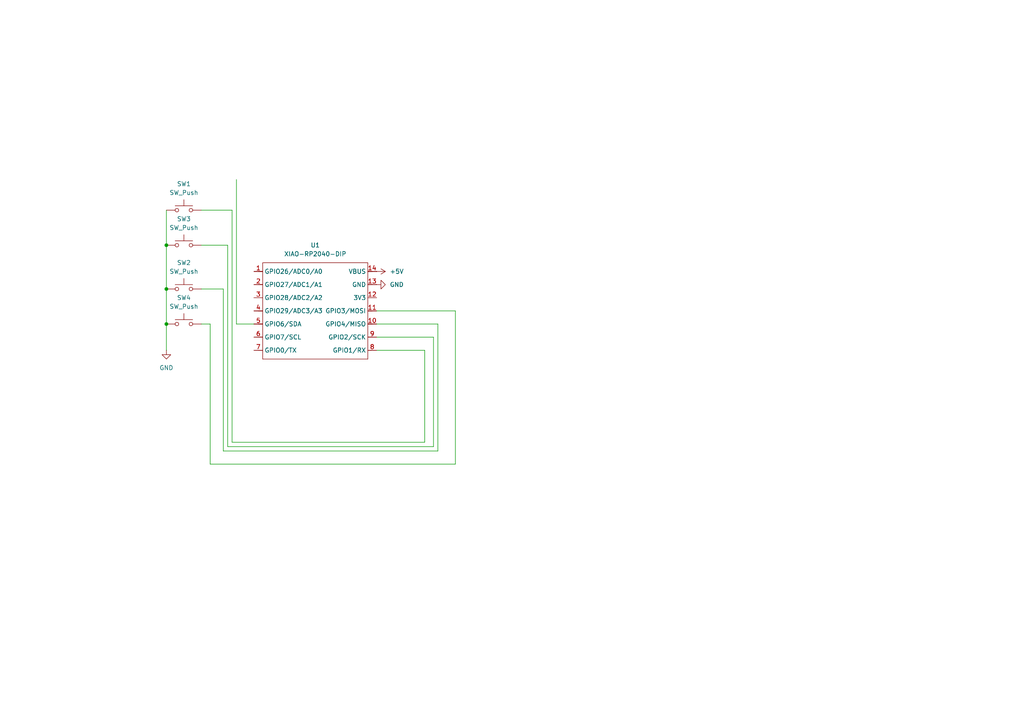
<source format=kicad_sch>
(kicad_sch (version 20250114) (generator "eeschema") (generator_version "9.0")
  (paper "A4")
  (lib_symbols
    (symbol "OPL:XIAO-RP2040-DIP"
      (property "Reference" "U" (at 0 0 0))
      (property "Value" "XIAO-RP2040-DIP" (at 5.334 -1.778 0))
      (symbol "XIAO-RP2040-DIP_1_0"
        (polyline (pts (xy -1.27 -2.54) (xy 29.21 -2.54)) (stroke (width 0.1524)))
        (polyline (pts (xy -1.27 -5.08) (xy -2.54 -5.08)) (stroke (width 0.1524)))
        (polyline (pts (xy -1.27 -5.08) (xy -1.27 -2.54)) (stroke (width 0.1524)))
        (polyline (pts (xy -1.27 -8.89) (xy -2.54 -8.89)) (stroke (width 0.1524)))
        (polyline (pts (xy -1.27 -8.89) (xy -1.27 -5.08)) (stroke (width 0.1524)))
        (polyline (pts (xy -1.27 -12.7) (xy -2.54 -12.7)) (stroke (width 0.1524)))
        (polyline (pts (xy -1.27 -12.7) (xy -1.27 -8.89)) (stroke (width 0.1524)))
        (polyline (pts (xy -1.27 -16.51) (xy -2.54 -16.51)) (stroke (width 0.1524)))
        (polyline (pts (xy -1.27 -16.51) (xy -1.27 -12.7)) (stroke (width 0.1524)))
        (polyline (pts (xy -1.27 -20.32) (xy -2.54 -20.32)) (stroke (width 0.1524)))
        (polyline (pts (xy -1.27 -24.13) (xy -2.54 -24.13)) (stroke (width 0.1524)))
        (polyline (pts (xy -1.27 -27.94) (xy -2.54 -27.94)) (stroke (width 0.1524)))
        (polyline (pts (xy -1.27 -30.48) (xy -1.27 -16.51)) (stroke (width 0.1524)))
        (polyline (pts (xy 29.21 -2.54) (xy 29.21 -5.08)) (stroke (width 0.1524)))
        (polyline (pts (xy 29.21 -5.08) (xy 29.21 -8.89)) (stroke (width 0.1524)))
        (polyline (pts (xy 29.21 -8.89) (xy 29.21 -12.7)) (stroke (width 0.1524)))
        (polyline (pts (xy 29.21 -12.7) (xy 29.21 -30.48)) (stroke (width 0.1524)))
        (polyline (pts (xy 29.21 -30.48) (xy -1.27 -30.48)) (stroke (width 0.1524)))
        (polyline (pts (xy 30.48 -5.08) (xy 29.21 -5.08)) (stroke (width 0.1524)))
        (polyline (pts (xy 30.48 -8.89) (xy 29.21 -8.89)) (stroke (width 0.1524)))
        (polyline (pts (xy 30.48 -12.7) (xy 29.21 -12.7)) (stroke (width 0.1524)))
        (polyline (pts (xy 30.48 -16.51) (xy 29.21 -16.51)) (stroke (width 0.1524)))
        (polyline (pts (xy 30.48 -20.32) (xy 29.21 -20.32)) (stroke (width 0.1524)))
        (polyline (pts (xy 30.48 -24.13) (xy 29.21 -24.13)) (stroke (width 0.1524)))
        (polyline (pts (xy 30.48 -27.94) (xy 29.21 -27.94)) (stroke (width 0.1524)))
        (pin passive line (at -3.81 -5.08 0) (length 2.54) (name "GPIO26/ADC0/A0") (number "1"))
        (pin passive line (at -3.81 -8.89 0) (length 2.54) (name "GPIO27/ADC1/A1") (number "2"))
        (pin passive line (at -3.81 -12.7 0) (length 2.54) (name "GPIO28/ADC2/A2") (number "3"))
        (pin passive line (at -3.81 -16.51 0) (length 2.54) (name "GPIO29/ADC3/A3") (number "4"))
        (pin passive line (at -3.81 -20.32 0) (length 2.54) (name "GPIO6/SDA") (number "5"))
        (pin passive line (at -3.81 -24.13 0) (length 2.54) (name "GPIO7/SCL") (number "6"))
        (pin passive line (at -3.81 -27.94 0) (length 2.54) (name "GPIO0/TX") (number "7"))
        (pin passive line (at 31.75 -5.08 180) (length 2.54) (name "VBUS") (number "14"))
        (pin passive line (at 31.75 -8.89 180) (length 2.54) (name "GND") (number "13"))
        (pin passive line (at 31.75 -12.7 180) (length 2.54) (name "3V3") (number "12"))
        (pin passive line (at 31.75 -16.51 180) (length 2.54) (name "GPIO3/MOSI") (number "11"))
        (pin passive line (at 31.75 -20.32 180) (length 2.54) (name "GPIO4/MISO") (number "10"))
        (pin passive line (at 31.75 -24.13 180) (length 2.54) (name "GPIO2/SCK") (number "9"))
        (pin passive line (at 31.75 -27.94 180) (length 2.54) (name "GPIO1/RX") (number "8"))
      )
    )
    (symbol "Switch:SW_Push" (pin_numbers (hide yes)) (pin_names (offset 1.016) (hide yes))
      (property "Reference" "SW" (at 1.27 2.54 0))
      (property "Value" "SW_Push" (at 0 -1.524 0))
      (symbol "SW_Push_0_1"
        (circle (center -2.032 0) (radius 0.508))
        (polyline (pts (xy 0 1.27) (xy 0 3.048)))
        (circle (center 2.032 0) (radius 0.508))
        (polyline (pts (xy 2.54 1.27) (xy -2.54 1.27)))
        (pin passive line (at -5.08 0 0) (length 2.54) (name "1") (number "1"))
        (pin passive line (at 5.08 0 180) (length 2.54) (name "2") (number "2"))
      )
    )
    (symbol "power:+5V" (power) (pin_numbers (hide yes)) (pin_names (offset 0) (hide yes))
      (property "Value" "+5V" (at 0 3.556 0))
      (symbol "+5V_0_1"
        (polyline (pts (xy -0.762 1.27) (xy 0 2.54)))
        (polyline (pts (xy 0 2.54) (xy 0.762 1.27)))
        (polyline (pts (xy 0 0) (xy 0 2.54)))
      )
      (symbol "+5V_1_1"
        (pin power_in line (at 0 0 90) (length 0) (name "~") (number "1"))
      )
    )
    (symbol "power:GND" (power) (pin_numbers (hide yes)) (pin_names (offset 0) (hide yes))
      (property "Value" "GND" (at 0 -3.81 0))
      (symbol "GND_0_1"
        (polyline (pts (xy 0 0) (xy 0 -1.27) (xy 1.27 -1.27) (xy 0 -2.54) (xy -1.27 -1.27) (xy 0 -1.27)))
      )
      (symbol "GND_1_1"
        (pin power_in line (at 0 0 270) (length 0) (name "~") (number "1"))
      )
    )
  )
  (junction (at 48.26 93.98))
  (junction (at 48.26 83.82))
  (junction (at 48.26 71.12))
  (wire (pts (xy 68.58 93.98) (xy 73.66 93.98)))
  (wire (pts (xy 60.96 134.62) (xy 60.96 93.98)))
  (wire (pts (xy 109.22 93.98) (xy 127 93.98)))
  (wire (pts (xy 66.04 71.12) (xy 58.42 71.12)))
  (wire (pts (xy 109.22 101.6) (xy 123.19 101.6)))
  (wire (pts (xy 64.77 83.82) (xy 58.42 83.82)))
  (wire (pts (xy 109.22 90.17) (xy 132.08 90.17)))
  (wire (pts (xy 48.26 60.96) (xy 48.26 71.12)))
  (wire (pts (xy 132.08 134.62) (xy 60.96 134.62)))
  (wire (pts (xy 127 130.81) (xy 64.77 130.81)))
  (wire (pts (xy 48.26 83.82) (xy 48.26 93.98)))
  (wire (pts (xy 48.26 93.98) (xy 48.26 101.6)))
  (wire (pts (xy 68.58 52.07) (xy 68.58 93.98)))
  (wire (pts (xy 127 93.98) (xy 127 130.81)))
  (wire (pts (xy 48.26 71.12) (xy 48.26 83.82)))
  (wire (pts (xy 132.08 90.17) (xy 132.08 134.62)))
  (wire (pts (xy 67.31 128.27) (xy 67.31 60.96)))
  (wire (pts (xy 67.31 60.96) (xy 58.42 60.96)))
  (wire (pts (xy 109.22 97.79) (xy 125.73 97.79)))
  (wire (pts (xy 64.77 130.81) (xy 64.77 83.82)))
  (wire (pts (xy 123.19 128.27) (xy 67.31 128.27)))
  (wire (pts (xy 66.04 129.54) (xy 66.04 71.12)))
  (wire (pts (xy 60.96 93.98) (xy 58.42 93.98)))
  (wire (pts (xy 123.19 101.6) (xy 123.19 128.27)))
  (wire (pts (xy 125.73 129.54) (xy 66.04 129.54)))
  (wire (pts (xy 125.73 97.79) (xy 125.73 129.54)))
  (symbol (lib_id "Switch:SW_Push") (at 53.34 93.98 0) (unit 1)
    (property "Reference" "SW4" (at 53.34 86.36 0))
    (property "Value" "SW_Push" (at 53.34 88.9 0))
    (property "Footprint" "Button_Switch_Keyboard:SW_Cherry_MX_1.00u_PCB" (effects (hide yes)))
    (property "Description" "Push button switch, generic, two pins" (effects (hide yes)))
  )
  (symbol (lib_id "Switch:SW_Push") (at 53.34 83.82 0) (unit 1)
    (property "Reference" "SW2" (at 53.34 76.2 0))
    (property "Value" "SW_Push" (at 53.34 78.74 0))
    (property "Footprint" "Button_Switch_Keyboard:SW_Cherry_MX_1.00u_PCB" (effects (hide yes)))
    (property "Description" "Push button switch, generic, two pins" (effects (hide yes)))
  )
  (symbol (lib_id "power:GND") (at 109.22 82.55 90) (unit 1)
    (property "Reference" "#PWR02" (effects (hide yes)))
    (property "Value" "GND" (at 113.03 82.5499 90) (effects (justify right)))
    (property "Description" "Power symbol creates a global label with name \"GND\" , ground" (effects (hide yes)))
  )
  (symbol (lib_id "Switch:SW_Push") (at 53.34 60.96 0) (unit 1)
    (property "Reference" "SW1" (at 53.34 53.34 0))
    (property "Value" "SW_Push" (at 53.34 55.88 0))
    (property "Footprint" "Button_Switch_Keyboard:SW_Cherry_MX_1.00u_PCB" (effects (hide yes)))
    (property "Description" "Push button switch, generic, two pins" (effects (hide yes)))
  )
  (symbol (lib_id "power:GND") (at 48.26 101.6 0) (unit 1)
    (property "Reference" "#PWR05" (effects (hide yes)))
    (property "Value" "GND" (at 48.26 106.68 0))
    (property "Description" "Power symbol creates a global label with name \"GND\" , ground" (effects (hide yes)))
  )
  (symbol (lib_id "power:+5V") (at 109.22 78.74 270) (unit 1)
    (property "Reference" "#PWR03" (effects (hide yes)))
    (property "Value" "+5V" (at 113.03 78.7399 90) (effects (justify left)))
    (property "Description" "Power symbol creates a global label with name \"+5V\"" (effects (hide yes)))
  )
  (symbol (lib_id "OPL:XIAO-RP2040-DIP") (at 77.47 73.66 0) (unit 1)
    (property "Reference" "U1" (at 91.44 71.12 0))
    (property "Value" "XIAO-RP2040-DIP" (at 91.44 73.66 0))
    (property "Footprint" "OPL:XIAO-RP2040-DIP" (effects (hide yes)))
  )
  (symbol (lib_id "Switch:SW_Push") (at 53.34 71.12 0) (unit 1)
    (property "Reference" "SW3" (at 53.34 63.5 0))
    (property "Value" "SW_Push" (at 53.34 66.04 0))
    (property "Footprint" "Button_Switch_Keyboard:SW_Cherry_MX_1.00u_PCB" (effects (hide yes)))
    (property "Description" "Push button switch, generic, two pins" (effects (hide yes)))
  )
)
</source>
